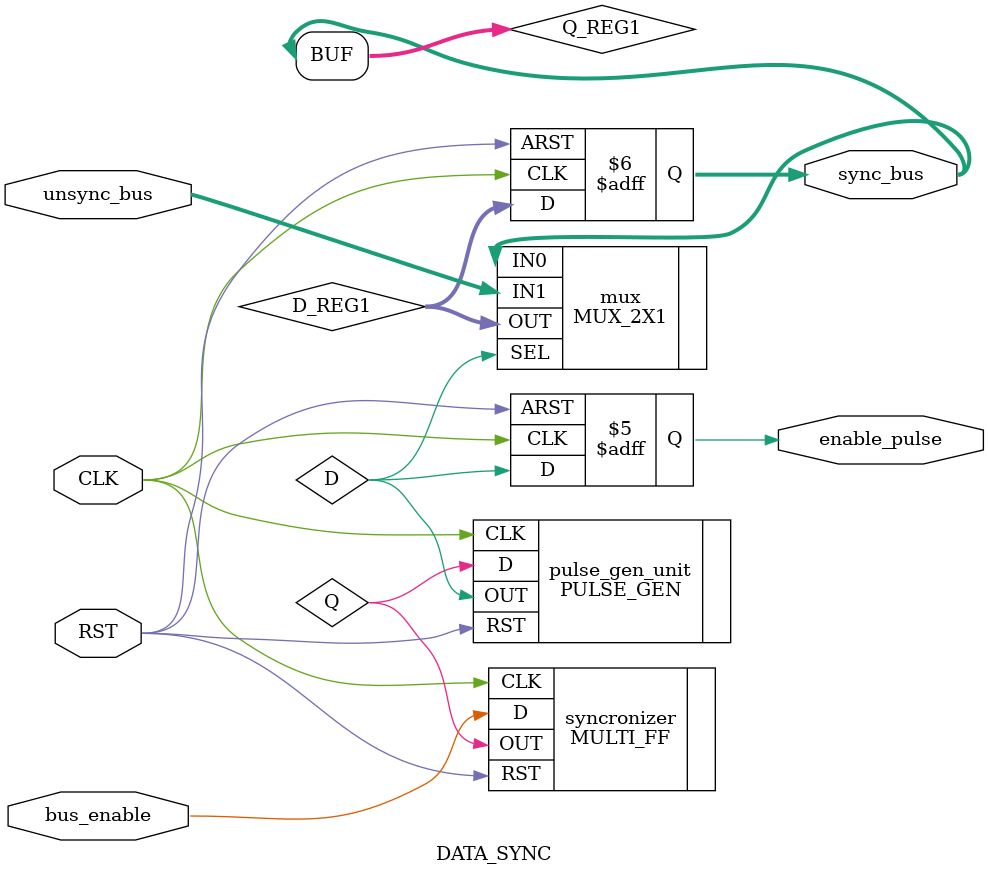
<source format=v>
module DATA_SYNC #(parameter WIDTH = 8 , parameter STAGES = 2) (

input	wire			CLK,
input	wire			RST,
input	wire			bus_enable,
input	wire	[WIDTH-1:0]	unsync_bus,
output	reg			enable_pulse,
output	reg	[WIDTH-1:0]	sync_bus 
);

wire	D;
wire	Q;

wire	[WIDTH-1:0]	Q_REG1;
wire	[WIDTH-1:0]	D_REG1;

//reg	REG1;
//reg	REG2;


PULSE_GEN pulse_gen_unit (.CLK(CLK),.RST(RST),.D(Q),.OUT(D));

MULTI_FF #(STAGES) syncronizer (.CLK(CLK),.RST(RST),.D(bus_enable),.OUT(Q));

MUX_2X1 #(WIDTH) mux (.IN1(unsync_bus),.IN0(Q_REG1),.SEL(D),.OUT(D_REG1));


always@(posedge CLK , negedge RST)
begin

if(!RST)
begin

sync_bus <= 'b0;

end

else
begin

sync_bus <= D_REG1;

end

end





always@(posedge CLK , negedge RST)
begin

if(!RST)
begin

enable_pulse <= 'b0;

end

else
begin

enable_pulse <= D;

end

end


assign Q_REG1 = sync_bus;


endmodule

</source>
